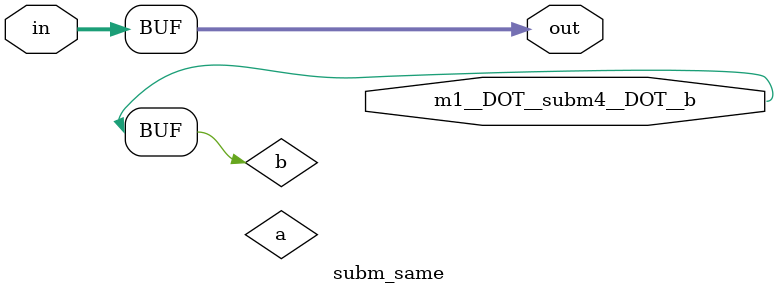
<source format=v>
module proc__DOT__Add(
clk,
rst,
__ILA_proc_valid__,
__ILA_proc_decode_of_Add__,
pc,
r0,
r1,
r2,
r3,
nouse,
__COUNTER_start__n3
, m1__DOT__subm4__DOT__b, m1__DOT__n27, m1__DOT__ir);
 output  m1__DOT__subm4__DOT__b;
 output  m1__DOT__n27;
 output [7:0] m1__DOT__ir;
input            clk;
input            rst;
output            __ILA_proc_valid__;
output            __ILA_proc_decode_of_Add__;
output reg      [7:0] pc;
output reg      [7:0] r0;
output reg      [7:0] r1;
output reg      [7:0] r2;
output reg      [7:0] r3;
output reg            nouse;
(* keep *)output reg      [7:0] __COUNTER_start__n3;
wire            clk;
wire            rst;
wire            __ILA_proc_valid__;
wire      [7:0] n0;
wire      [1:0] n1;
wire            n2;
(* keep *)wire            __ILA_proc_decode_of_Add__;
wire      [7:0] n4;
wire      [1:0] n5;
wire            n6;
wire      [1:0] n7;
wire            n8;
wire            n9;
wire            n10;
wire      [7:0] n11;
wire      [7:0] n12;
wire      [7:0] n13;
wire      [1:0] n14;
wire            n15;
wire            n16;
wire            n17;
wire      [7:0] n18;
wire      [7:0] n19;
wire      [7:0] n20;
wire      [7:0] n21;
wire      [7:0] n22;
wire            n23;
wire      [7:0] n24;
wire            n25;
wire      [7:0] n26;
wire            n27;
wire      [7:0] n28;
reg      [7:0] ir[255:0];
reg      [7:0] mem[255:0];
assign __ILA_proc_valid__ = 1'b1 ;
assign n0 =  (  ir [ pc ] )  ;
//assign n1 = n0[7:6] ;
assign n2 =  ( n1 ) == ( 2'd1 )  ;
assign __ILA_proc_decode_of_Add__ = n2 ;
assign n4 =  ( pc ) + ( 8'd1 )  ;
assign n5 = n0[5:4] ;
assign n6 =  ( n5 ) == ( 2'd0 )  ;
// assign n7 = n0[3:2] ;
assign n8 =  ( n7 ) == ( 2'd3 )  ;
assign n9 =  ( n7 ) == ( 2'd2 )  ;
assign n10 =  ( n7 ) == ( 2'd1 )  ;
assign n11 =  ( n10 ) ? ( r1 ) : ( r0 ) ;
assign n12 =  ( n9 ) ? ( r2 ) : ( n11 ) ;
assign n13 =  ( n8 ) ? ( r3 ) : ( n12 ) ;

subm_same 
  subm1(
  .in(n0[1:0]) , .out (n14) ),
  subm2(
  .in(n0[3:2]) , .out (n7)  );


subm_same 
  subm4(
    .in(n0[7:6]) , .out (n1) 
     ,.m1__DOT__subm4__DOT__b(m1__DOT__subm4__DOT__b));
//assign n14 = n0[1:0] ;
assign n15 =  ( n14 ) == ( 2'd3 )  ;
assign n16 =  ( n14 ) == ( 2'd2 )  ;
assign n17 =  ( n14 ) == ( 2'd1 )  ;
assign n18 =  ( n17 ) ? ( r1 ) : ( r0 ) ;
assign n19 =  ( n16 ) ? ( r2 ) : ( n18 ) ;
assign n20 =  ( n15 ) ? ( r3 ) : ( n19 ) ;
assign n21 =  ( n13 ) + ( n20 )  ;
assign n22 =  ( n6 ) ? ( n21 ) : ( r0 ) ;
assign n23 =  ( n5 ) == ( 2'd1 )  ;
assign n24 =  ( n23 ) ? ( n21 ) : ( r1 ) ;
assign n25 =  ( n5 ) == ( 2'd2 )  ;
assign n26 =  ( n25 ) ? ( n21 ) : ( r2 ) ;
assign n27 =  ( n5 ) == ( 2'd3 )  ;
assign n28 =  ( n27 ) ? ( n21 ) : ( r3 ) ;
always @(posedge clk) begin
   if(rst) begin
       __COUNTER_start__n3 <= 0;
   end
   else if(__ILA_proc_valid__) begin
       if ( __ILA_proc_decode_of_Add__ ) begin 
           __COUNTER_start__n3 <= 1; end
       else if( (__COUNTER_start__n3 >= 1 ) && ( __COUNTER_start__n3 < 255 )) begin
           __COUNTER_start__n3 <= __COUNTER_start__n3 + 1; end
       if (__ILA_proc_decode_of_Add__) begin
           pc <= n4 ;
       end
       if (__ILA_proc_decode_of_Add__) begin
           r0 <= n22 ;
       end
       if (__ILA_proc_decode_of_Add__) begin
           r1 <= n24 ;
       end
       if (__ILA_proc_decode_of_Add__) begin
           r2 <= n26 ;
       end
       if (__ILA_proc_decode_of_Add__) begin
           r3 <= n28 ;
       end
       if (__ILA_proc_decode_of_Add__) begin
           nouse <= nouse ;
       end
   end
end
 assign m1__DOT__ir = ir;
 assign m1__DOT__n27 = n27;
endmodule


module subm_same(input [1:0] in, output [1:0] out, output wire  m1__DOT__subm4__DOT__b);

(* keep *)reg a;
reg b;
assign out = in;

 assign m1__DOT__subm4__DOT__b = b;
endmodule

</source>
